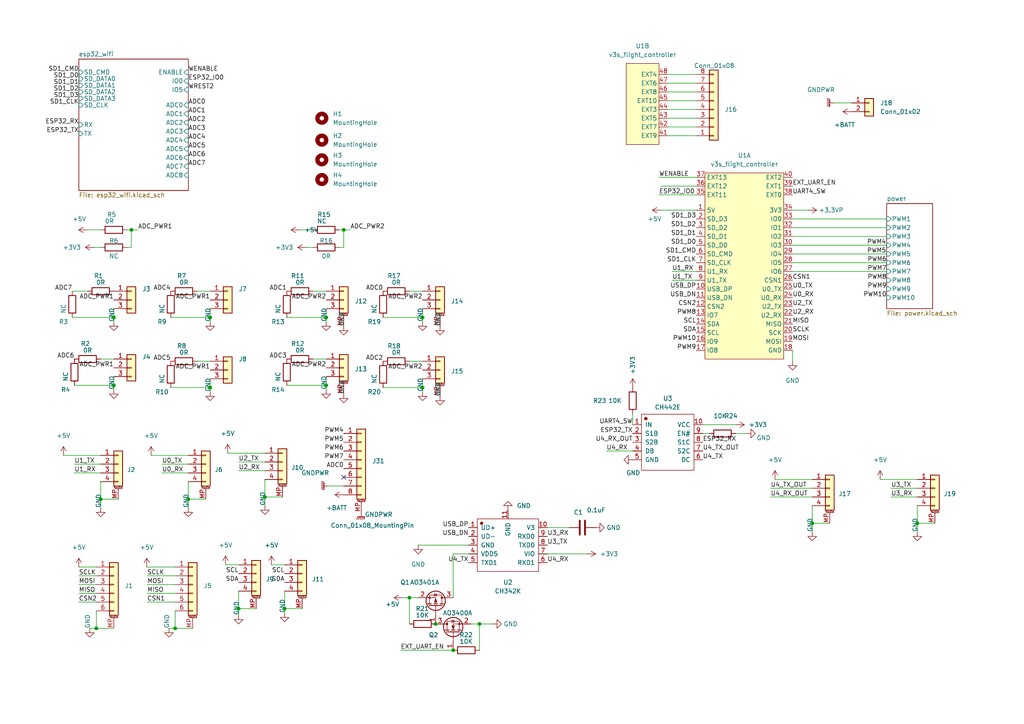
<source format=kicad_sch>
(kicad_sch (version 20211123) (generator eeschema)
  (paper "A4")
  (lib_symbols
    (symbol "Connector_Generic:Conn_01x02" (pin_names (offset 1.016) hide)
      (property "Reference" "J" (at 0 2.54 0))
      (property "Value" "Conn_01x02" (at 0 -5.08 0))
      (symbol "Conn_01x02_1_1"
        (pin passive line (at -5.08 0 0) (length 3.81) (name "Pin_1") (number "1"))
        (pin passive line (at -5.08 -2.54 0) (length 3.81) (name "Pin_2") (number "2"))
      )
    )
    (symbol "Connector_Generic:Conn_01x03" (pin_names (offset 1.016) hide)
      (property "Reference" "J" (at 0 5.08 0))
      (property "Value" "Conn_01x03" (at 0 -5.08 0))
      (symbol "Conn_01x03_1_1"
        (pin passive line (at -5.08 2.54 0) (length 3.81) (name "Pin_1") (number "1"))
        (pin passive line (at -5.08 0 0) (length 3.81) (name "Pin_2") (number "2"))
        (pin passive line (at -5.08 -2.54 0) (length 3.81) (name "Pin_3") (number "3"))
      )
    )
    (symbol "Connector_Generic:Conn_01x08" (pin_names (offset 1.016) hide)
      (property "Reference" "J" (at 0 10.16 0))
      (property "Value" "Conn_01x08" (at 0 -12.7 0))
      (symbol "Conn_01x08_1_1"
        (pin passive line (at -5.08 7.62 0) (length 3.81) (name "Pin_1") (number "1"))
        (pin passive line (at -5.08 5.08 0) (length 3.81) (name "Pin_2") (number "2"))
        (pin passive line (at -5.08 2.54 0) (length 3.81) (name "Pin_3") (number "3"))
        (pin passive line (at -5.08 0 0) (length 3.81) (name "Pin_4") (number "4"))
        (pin passive line (at -5.08 -2.54 0) (length 3.81) (name "Pin_5") (number "5"))
        (pin passive line (at -5.08 -5.08 0) (length 3.81) (name "Pin_6") (number "6"))
        (pin passive line (at -5.08 -7.62 0) (length 3.81) (name "Pin_7") (number "7"))
        (pin passive line (at -5.08 -10.16 0) (length 3.81) (name "Pin_8") (number "8"))
      )
    )
    (symbol "Connector_Generic_MountingPin:Conn_01x03_MountingPin" (pin_names (offset 1.016) hide)
      (property "Reference" "J" (at 0 5.08 0))
      (property "Value" "Conn_01x03_MountingPin" (at 1.27 -5.08 0))
      (symbol "Conn_01x03_MountingPin_1_1"
        (text "Mounting" (at 0 -4.191 0) (effects (font (size 0.381 0.381))))
        (pin passive line (at -5.08 2.54 0) (length 3.81) (name "Pin_1") (number "1"))
        (pin passive line (at -5.08 0 0) (length 3.81) (name "Pin_2") (number "2"))
        (pin passive line (at -5.08 -2.54 0) (length 3.81) (name "Pin_3") (number "3"))
        (pin passive line (at 0 -7.62 90) (length 3.048) (name "MountPin") (number "MP"))
      )
    )
    (symbol "Connector_Generic_MountingPin:Conn_01x04_MountingPin" (pin_names (offset 1.016) hide)
      (property "Reference" "J" (at 0 5.08 0))
      (property "Value" "Conn_01x04_MountingPin" (at 1.27 -7.62 0))
      (symbol "Conn_01x04_MountingPin_1_1"
        (text "Mounting" (at 0 -6.731 0) (effects (font (size 0.381 0.381))))
        (pin passive line (at -5.08 2.54 0) (length 3.81) (name "Pin_1") (number "1"))
        (pin passive line (at -5.08 0 0) (length 3.81) (name "Pin_2") (number "2"))
        (pin passive line (at -5.08 -2.54 0) (length 3.81) (name "Pin_3") (number "3"))
        (pin passive line (at -5.08 -5.08 0) (length 3.81) (name "Pin_4") (number "4"))
        (pin passive line (at 0 -10.16 90) (length 3.048) (name "MountPin") (number "MP"))
      )
    )
    (symbol "Connector_Generic_MountingPin:Conn_01x06_MountingPin" (pin_names (offset 1.016) hide)
      (property "Reference" "J" (at 0 7.62 0))
      (property "Value" "Conn_01x06_MountingPin" (at 1.27 -10.16 0))
      (symbol "Conn_01x06_MountingPin_1_1"
        (text "Mounting" (at 0 -9.271 0) (effects (font (size 0.381 0.381))))
        (pin passive line (at -5.08 5.08 0) (length 3.81) (name "Pin_1") (number "1"))
        (pin passive line (at -5.08 2.54 0) (length 3.81) (name "Pin_2") (number "2"))
        (pin passive line (at -5.08 0 0) (length 3.81) (name "Pin_3") (number "3"))
        (pin passive line (at -5.08 -2.54 0) (length 3.81) (name "Pin_4") (number "4"))
        (pin passive line (at -5.08 -5.08 0) (length 3.81) (name "Pin_5") (number "5"))
        (pin passive line (at -5.08 -7.62 0) (length 3.81) (name "Pin_6") (number "6"))
        (pin passive line (at 0 -12.7 90) (length 3.048) (name "MountPin") (number "MP"))
      )
    )
    (symbol "Connector_Generic_MountingPin:Conn_01x08_MountingPin" (pin_names (offset 1.016) hide)
      (property "Reference" "J" (at 0 10.16 0))
      (property "Value" "Conn_01x08_MountingPin" (at 1.27 -12.7 0))
      (symbol "Conn_01x08_MountingPin_1_1"
        (text "Mounting" (at 0 -11.811 0) (effects (font (size 0.381 0.381))))
        (pin passive line (at -5.08 7.62 0) (length 3.81) (name "Pin_1") (number "1"))
        (pin passive line (at -5.08 5.08 0) (length 3.81) (name "Pin_2") (number "2"))
        (pin passive line (at -5.08 2.54 0) (length 3.81) (name "Pin_3") (number "3"))
        (pin passive line (at -5.08 0 0) (length 3.81) (name "Pin_4") (number "4"))
        (pin passive line (at -5.08 -2.54 0) (length 3.81) (name "Pin_5") (number "5"))
        (pin passive line (at -5.08 -5.08 0) (length 3.81) (name "Pin_6") (number "6"))
        (pin passive line (at -5.08 -7.62 0) (length 3.81) (name "Pin_7") (number "7"))
        (pin passive line (at -5.08 -10.16 0) (length 3.81) (name "Pin_8") (number "8"))
        (pin passive line (at 0 -15.24 90) (length 3.048) (name "MountPin") (number "MP"))
      )
    )
    (symbol "Device:C" (pin_numbers hide) (pin_names (offset 0.254))
      (property "Reference" "C" (at 0.635 2.54 0))
      (property "Value" "C" (at 0.635 -2.54 0))
      (symbol "C_1_1"
        (pin passive line (at 0 3.81 270) (length 2.794) (name "~") (number "1"))
        (pin passive line (at 0 -3.81 90) (length 2.794) (name "~") (number "2"))
      )
    )
    (symbol "Device:R" (pin_numbers hide) (pin_names (offset 0))
      (property "Reference" "R" (at 2.032 0 90))
      (property "Value" "R" (at 0 0 90))
      (symbol "R_1_1"
        (pin passive line (at 0 3.81 270) (length 1.27) (name "~") (number "1"))
        (pin passive line (at 0 -3.81 90) (length 1.27) (name "~") (number "2"))
      )
    )
    (symbol "Mechanical:MountingHole" (pin_names (offset 1.016))
      (property "Reference" "H" (at 0 5.08 0))
      (property "Value" "MountingHole" (at 0 3.175 0))
    )
    (symbol "Transistor_FET:AO3400A" (pin_names hide)
      (property "Reference" "Q" (at 5.08 1.905 0))
      (property "Value" "AO3400A" (at 5.08 0 0))
      (symbol "AO3400A_1_1"
        (pin input line (at -5.08 0 0) (length 2.54) (name "G") (number "1"))
        (pin passive line (at 2.54 -5.08 90) (length 2.54) (name "S") (number "2"))
        (pin passive line (at 2.54 5.08 270) (length 2.54) (name "D") (number "3"))
      )
    )
    (symbol "Transistor_FET:AO3401A" (pin_names hide)
      (property "Reference" "Q" (at 5.08 1.905 0))
      (property "Value" "AO3401A" (at 5.08 0 0))
      (symbol "AO3401A_1_1"
        (pin input line (at -5.08 0 0) (length 2.54) (name "G") (number "1"))
        (pin passive line (at 2.54 -5.08 90) (length 2.54) (name "S") (number "2"))
        (pin passive line (at 2.54 5.08 270) (length 2.54) (name "D") (number "3"))
      )
    )
    (symbol "ic:CH342K" (pin_names (offset 1.016))
      (property "Reference" "U" (at -4.445 10.16 0))
      (property "Value" "CH342K" (at 5.715 9.525 0))
      (symbol "CH342K_1_1"
        (pin input line (at -11.43 5.08 0) (length 2.54) (name "UD+") (number "1"))
        (pin input line (at 11.43 5.08 180) (length 2.54) (name "V3") (number "10"))
        (pin input line (at 0 10.16 270) (length 2.54) (name "GND") (number "11"))
        (pin input line (at -11.43 2.54 0) (length 2.54) (name "UD-") (number "2"))
        (pin input line (at -11.43 0 0) (length 2.54) (name "GND") (number "3"))
        (pin input line (at -11.43 -2.54 0) (length 2.54) (name "VDD5") (number "4"))
        (pin input line (at -11.43 -5.08 0) (length 2.54) (name "TXD1") (number "5"))
        (pin input line (at 11.43 -5.08 180) (length 2.54) (name "RXD1") (number "6"))
        (pin input line (at 11.43 -2.54 180) (length 2.54) (name "VIO") (number "7"))
        (pin input line (at 11.43 0 180) (length 2.54) (name "TXD0") (number "8"))
        (pin input line (at 11.43 2.54 180) (length 2.54) (name "RXD0") (number "9"))
      )
    )
    (symbol "ic:CH442E" (pin_names (offset 1.016))
      (property "Reference" "U" (at 0 10.668 0))
      (property "Value" "CH442E" (at -6.35 10.795 0))
      (symbol "CH442E_1_1"
        (pin input line (at -10.16 5.08 0) (length 2.54) (name "IN") (number "1"))
        (pin input line (at 10.16 5.08 180) (length 2.54) (name "VCC") (number "10"))
        (pin input line (at -10.16 2.54 0) (length 2.54) (name "S1B") (number "2"))
        (pin input line (at -10.16 0 0) (length 2.54) (name "S2B") (number "3"))
        (pin input line (at -10.16 -2.54 0) (length 2.54) (name "DB") (number "4"))
        (pin input line (at -10.16 -5.08 0) (length 2.54) (name "GND") (number "5"))
        (pin input line (at 10.16 -5.08 180) (length 2.54) (name "DC") (number "6"))
        (pin input line (at 10.16 -2.54 180) (length 2.54) (name "S2C") (number "7"))
        (pin input line (at 10.16 0 180) (length 2.54) (name "S1C") (number "8"))
        (pin input line (at 10.16 2.54 180) (length 2.54) (name "EN#") (number "9"))
      )
    )
    (symbol "modules:v3s_flight_controller"
      (property "Reference" "U" (at -12.7 33.655 0))
      (property "Value" "v3s_flight_controller" (at -17.78 38.1 0))
      (symbol "v3s_flight_controller_1_0"
        (pin power_in line (at -10.16 15.24 0) (length 2.54) (name "5V") (number "1"))
        (pin output line (at -10.16 -7.62 0) (length 2.54) (name "USB_DP") (number "10"))
        (pin input line (at -10.16 -10.16 0) (length 2.54) (name "USB_DN") (number "11"))
        (pin input line (at -10.16 -12.7 0) (length 2.54) (name "CSN2") (number "12"))
        (pin input line (at -10.16 -15.24 0) (length 2.54) (name "IO7") (number "13"))
        (pin open_emitter line (at -10.16 -17.78 0) (length 2.54) (name "SDA") (number "14"))
        (pin open_emitter line (at -10.16 -20.32 0) (length 2.54) (name "SCL") (number "15"))
        (pin output line (at -10.16 -22.86 0) (length 2.54) (name "IO9") (number "16"))
        (pin output line (at -10.16 -25.4 0) (length 2.54) (name "IO8") (number "17"))
        (pin power_out line (at 17.78 -25.4 180) (length 2.54) (name "GND") (number "18"))
        (pin input line (at 17.78 -22.86 180) (length 2.54) (name "MOSI") (number "19"))
        (pin bidirectional line (at -10.16 12.7 0) (length 2.54) (name "SD_D3") (number "2"))
        (pin output line (at 17.78 -20.32 180) (length 2.54) (name "SCK") (number "20"))
        (pin output line (at 17.78 -17.78 180) (length 2.54) (name "MISO") (number "21"))
        (pin input line (at 17.78 -15.24 180) (length 2.54) (name "U2_RX") (number "22"))
        (pin output line (at 17.78 -12.7 180) (length 2.54) (name "U2_TX") (number "23"))
        (pin input line (at 17.78 -10.16 180) (length 2.54) (name "U0_RX") (number "24"))
        (pin output line (at 17.78 -7.62 180) (length 2.54) (name "U0_TX") (number "25"))
        (pin output line (at 17.78 -5.08 180) (length 2.54) (name "CSN1") (number "26"))
        (pin output line (at 17.78 -2.54 180) (length 2.54) (name "IO6") (number "27"))
        (pin output line (at 17.78 0 180) (length 2.54) (name "IO5") (number "28"))
        (pin output line (at 17.78 2.54 180) (length 2.54) (name "IO4") (number "29"))
        (pin bidirectional line (at -10.16 10.16 0) (length 2.54) (name "SD_D2") (number "3"))
        (pin output line (at 17.78 5.08 180) (length 2.54) (name "IO3") (number "30"))
        (pin output line (at 17.78 7.62 180) (length 2.54) (name "IO2") (number "31"))
        (pin output line (at 17.78 10.16 180) (length 2.54) (name "IO1") (number "32"))
        (pin output line (at 17.78 12.7 180) (length 2.54) (name "IO0") (number "33"))
        (pin power_out line (at 17.78 15.24 180) (length 2.54) (name "3V3") (number "34"))
        (pin bidirectional line (at -10.16 19.685 0) (length 2.54) (name "EXT11") (number "35"))
        (pin bidirectional line (at -10.16 22.225 0) (length 2.54) (name "EXT12") (number "36"))
        (pin bidirectional line (at -10.16 24.765 0) (length 2.54) (name "EXT13") (number "37"))
        (pin bidirectional line (at 17.78 19.685 180) (length 2.54) (name "EXT0") (number "38"))
        (pin bidirectional line (at 17.78 22.225 180) (length 2.54) (name "EXT1") (number "39"))
        (pin bidirectional line (at -10.16 7.62 0) (length 2.54) (name "SD_D1") (number "4"))
        (pin bidirectional line (at 17.78 24.765 180) (length 2.54) (name "EXT2") (number "40"))
        (pin bidirectional line (at -10.16 5.08 0) (length 2.54) (name "SD_D0") (number "5"))
        (pin output line (at -10.16 2.54 0) (length 2.54) (name "SD_CMD") (number "6"))
        (pin output line (at -10.16 0 0) (length 2.54) (name "SD_CLK") (number "7"))
        (pin input line (at -10.16 -2.54 0) (length 2.54) (name "U1_RX") (number "8"))
        (pin output line (at -10.16 -5.08 0) (length 2.54) (name "U1_TX") (number "9"))
      )
      (symbol "v3s_flight_controller_2_0"
        (pin output line (at 52.07 2.54 180) (length 2.54) (name "EXT9") (number "41"))
        (pin output line (at 52.07 5.08 180) (length 2.54) (name "EXT7") (number "42"))
        (pin output line (at 52.07 7.62 180) (length 2.54) (name "EXT5") (number "43"))
        (pin output line (at 52.07 10.16 180) (length 2.54) (name "EXT3") (number "44"))
        (pin output line (at 52.07 12.7 180) (length 2.54) (name "EXT10") (number "45"))
        (pin output line (at 52.07 15.24 180) (length 2.54) (name "EXT8") (number "46"))
        (pin output line (at 52.07 17.78 180) (length 2.54) (name "EXT6") (number "47"))
        (pin output line (at 52.07 20.32 180) (length 2.54) (name "EXT4") (number "48"))
      )
    )
    (symbol "power:+3.3VP" (power) (pin_names (offset 0))
      (property "Value" "+3.3VP" (at 0 2.54 0))
      (symbol "+3.3VP_0_0"
        (pin power_in line (at 0 0 90) (length 0) hide (name "+3.3VP") (number "1"))
      )
    )
    (symbol "power:+3V3" (power) (pin_names (offset 0))
      (property "Value" "+3V3" (at 0 3.556 0))
      (symbol "+3V3_1_1"
        (pin power_in line (at 0 0 90) (length 0) hide (name "+3V3") (number "1"))
      )
    )
    (symbol "power:+5V" (power) (pin_names (offset 0))
      (property "Value" "+5V" (at 0 3.556 0))
      (symbol "+5V_1_1"
        (pin power_in line (at 0 0 90) (length 0) hide (name "+5V") (number "1"))
      )
    )
    (symbol "power:+BATT" (power) (pin_names (offset 0))
      (property "Value" "+BATT" (at 0 3.556 0))
      (symbol "+BATT_1_1"
        (pin power_in line (at 0 0 90) (length 0) hide (name "+BATT") (number "1"))
      )
    )
    (symbol "power:GND" (power) (pin_names (offset 0))
      (property "Value" "GND" (at 0 -3.81 0))
      (symbol "GND_1_1"
        (pin power_in line (at 0 0 270) (length 0) hide (name "GND") (number "1"))
      )
    )
    (symbol "power:GNDPWR" (power) (pin_names (offset 0))
      (property "Value" "GNDPWR" (at 0 -3.302 0))
      (symbol "GNDPWR_1_1"
        (pin power_in line (at 0 0 270) (length 0) hide (name "GNDPWR") (number "1"))
      )
    )
  )
  (junction (at 76.835 144.145))
  (junction (at 50.8 182.245))
  (junction (at 139.065 180.975))
  (junction (at 266.065 151.765))
  (junction (at 126.365 180.975))
  (junction (at 235.585 151.765))
  (junction (at 54.61 144.78))
  (junction (at 27.94 182.245))
  (junction (at 94.615 111.76))
  (junction (at 99.695 66.675))
  (junction (at 33.02 111.76))
  (junction (at 60.96 112.395))
  (junction (at 38.1 66.675))
  (junction (at 122.555 112.395))
  (junction (at 29.21 144.78))
  (junction (at 33.02 92.075))
  (junction (at 69.215 176.53))
  (junction (at 60.96 92.075))
  (junction (at 131.445 188.595))
  (junction (at 82.55 176.53))
  (junction (at 122.555 92.075))
  (junction (at 118.745 173.355))
  (junction (at 94.615 92.075))
  (no_connect (at 99.695 138.43))
  (wire (pts (xy 229.87 63.5) (xy 257.175 63.5)))
  (wire (pts (xy 116.205 188.595) (xy 131.445 188.595)))
  (wire (pts (xy 131.445 173.355) (xy 131.445 160.655)))
  (wire (pts (xy 191.77 53.975) (xy 201.93 53.975)))
  (wire (pts (xy 122.555 93.345) (xy 122.555 92.075)))
  (wire (pts (xy 42.672 174.625) (xy 50.8 174.625)))
  (wire (pts (xy 118.745 173.355) (xy 121.285 173.355)))
  (wire (pts (xy 50.8 182.245) (xy 55.88 182.245)))
  (wire (pts (xy 90.805 104.14) (xy 94.615 104.14)))
  (wire (pts (xy 60.96 92.075) (xy 60.96 89.535)))
  (wire (pts (xy 235.585 151.765) (xy 235.585 146.685)))
  (wire (pts (xy 223.52 141.605) (xy 235.585 141.605)))
  (wire (pts (xy 22.86 174.625) (xy 27.94 174.625)))
  (wire (pts (xy 57.15 84.455) (xy 60.96 84.455)))
  (wire (pts (xy 49.022 182.245) (xy 50.8 182.245)))
  (wire (pts (xy 21.59 111.76) (xy 33.02 111.76)))
  (wire (pts (xy 191.135 51.435) (xy 201.93 51.435)))
  (wire (pts (xy 116.84 173.355) (xy 118.745 173.355)))
  (wire (pts (xy 94.615 111.76) (xy 94.615 109.22)))
  (wire (pts (xy 22.86 167.005) (xy 27.94 167.005)))
  (wire (pts (xy 94.615 113.03) (xy 94.615 111.76)))
  (wire (pts (xy 27.94 182.245) (xy 33.02 182.245)))
  (wire (pts (xy 201.93 26.67) (xy 193.675 26.67)))
  (wire (pts (xy 205.74 125.73) (xy 203.835 125.73)))
  (wire (pts (xy 69.215 176.53) (xy 74.295 176.53)))
  (wire (pts (xy 235.585 151.765) (xy 240.665 151.765)))
  (wire (pts (xy 101.6 66.675) (xy 99.695 66.675)))
  (wire (pts (xy 33.02 92.075) (xy 33.02 89.535)))
  (wire (pts (xy 95.25 140.97) (xy 99.695 140.97)))
  (wire (pts (xy 82.55 176.53) (xy 82.55 177.8)))
  (wire (pts (xy 83.185 92.075) (xy 94.615 92.075)))
  (wire (pts (xy 29.21 147.32) (xy 29.21 144.78)))
  (wire (pts (xy 29.21 144.78) (xy 34.29 144.78)))
  (wire (pts (xy 69.215 176.53) (xy 69.215 178.435)))
  (wire (pts (xy 216.535 125.73) (xy 213.36 125.73)))
  (wire (pts (xy 33.02 113.03) (xy 33.02 111.76)))
  (wire (pts (xy 40.005 66.675) (xy 38.1 66.675)))
  (wire (pts (xy 191.77 60.96) (xy 201.93 60.96)))
  (wire (pts (xy 20.955 92.075) (xy 33.02 92.075)))
  (wire (pts (xy 194.945 81.28) (xy 201.93 81.28)))
  (wire (pts (xy 99.695 66.675) (xy 98.425 66.675)))
  (wire (pts (xy 29.21 66.675) (xy 25.4 66.675)))
  (wire (pts (xy 42.672 169.545) (xy 50.8 169.545)))
  (wire (pts (xy 60.96 93.345) (xy 60.96 92.075)))
  (wire (pts (xy 22.86 164.465) (xy 27.94 164.465)))
  (wire (pts (xy 266.065 151.765) (xy 266.065 146.685)))
  (wire (pts (xy 122.555 112.395) (xy 122.555 109.855)))
  (wire (pts (xy 229.87 104.775) (xy 229.87 101.6)))
  (wire (pts (xy 69.215 133.985) (xy 76.835 133.985)))
  (wire (pts (xy 266.065 151.765) (xy 271.145 151.765)))
  (wire (pts (xy 60.96 112.395) (xy 60.96 109.855)))
  (wire (pts (xy 29.21 104.14) (xy 33.02 104.14)))
  (wire (pts (xy 201.93 21.59) (xy 193.675 21.59)))
  (wire (pts (xy 118.745 84.455) (xy 122.555 84.455)))
  (wire (pts (xy 20.955 84.455) (xy 25.4 84.455)))
  (wire (pts (xy 111.125 112.395) (xy 122.555 112.395)))
  (wire (pts (xy 33.02 111.76) (xy 33.02 109.22)))
  (wire (pts (xy 213.36 123.19) (xy 203.835 123.19)))
  (wire (pts (xy 22.86 169.545) (xy 27.94 169.545)))
  (wire (pts (xy 201.93 24.13) (xy 193.675 24.13)))
  (wire (pts (xy 38.1 71.755) (xy 38.1 66.675)))
  (wire (pts (xy 234.315 60.96) (xy 229.87 60.96)))
  (wire (pts (xy 94.615 93.345) (xy 94.615 92.075)))
  (wire (pts (xy 111.125 92.075) (xy 122.555 92.075)))
  (wire (pts (xy 42.545 164.465) (xy 50.8 164.465)))
  (wire (pts (xy 122.555 92.075) (xy 122.555 89.535)))
  (wire (pts (xy 54.61 144.78) (xy 54.61 139.7)))
  (wire (pts (xy 258.445 141.605) (xy 266.065 141.605)))
  (wire (pts (xy 21.59 137.16) (xy 29.21 137.16)))
  (wire (pts (xy 266.065 154.305) (xy 266.065 151.765)))
  (wire (pts (xy 258.445 144.145) (xy 266.065 144.145)))
  (wire (pts (xy 98.425 71.755) (xy 99.695 71.755)))
  (wire (pts (xy 33.02 93.345) (xy 33.02 92.075)))
  (wire (pts (xy 18.415 132.08) (xy 29.21 132.08)))
  (wire (pts (xy 139.065 180.975) (xy 136.525 180.975)))
  (wire (pts (xy 229.87 68.58) (xy 257.175 68.58)))
  (wire (pts (xy 82.55 171.45) (xy 82.55 176.53)))
  (wire (pts (xy 235.585 154.305) (xy 235.585 151.765)))
  (wire (pts (xy 69.215 136.525) (xy 76.835 136.525)))
  (wire (pts (xy 49.53 92.075) (xy 60.96 92.075)))
  (wire (pts (xy 27.94 177.165) (xy 27.94 182.245)))
  (wire (pts (xy 21.59 134.62) (xy 29.21 134.62)))
  (wire (pts (xy 27.305 71.755) (xy 29.21 71.755)))
  (wire (pts (xy 201.93 39.37) (xy 193.675 39.37)))
  (wire (pts (xy 165.1 153.035) (xy 158.75 153.035)))
  (wire (pts (xy 170.18 160.655) (xy 158.75 160.655)))
  (wire (pts (xy 229.87 76.2) (xy 257.175 76.2)))
  (wire (pts (xy 76.835 144.145) (xy 81.915 144.145)))
  (wire (pts (xy 229.87 78.74) (xy 257.175 78.74)))
  (wire (pts (xy 22.86 172.085) (xy 27.94 172.085)))
  (wire (pts (xy 90.805 66.675) (xy 86.995 66.675)))
  (wire (pts (xy 183.515 120.015) (xy 183.515 123.19)))
  (wire (pts (xy 201.93 29.21) (xy 193.675 29.21)))
  (wire (pts (xy 241.935 29.845) (xy 247.015 29.845)))
  (wire (pts (xy 90.805 84.455) (xy 94.615 84.455)))
  (wire (pts (xy 131.445 160.655) (xy 135.89 160.655)))
  (wire (pts (xy 121.285 158.115) (xy 135.89 158.115)))
  (wire (pts (xy 99.695 71.755) (xy 99.695 66.675)))
  (wire (pts (xy 76.835 144.145) (xy 76.835 139.065)))
  (wire (pts (xy 88.9 71.755) (xy 90.805 71.755)))
  (wire (pts (xy 46.99 137.16) (xy 54.61 137.16)))
  (wire (pts (xy 54.61 147.32) (xy 54.61 144.78)))
  (wire (pts (xy 78.74 163.83) (xy 82.55 163.83)))
  (wire (pts (xy 46.99 134.62) (xy 54.61 134.62)))
  (wire (pts (xy 201.93 34.29) (xy 193.675 34.29)))
  (wire (pts (xy 118.745 104.775) (xy 122.555 104.775)))
  (wire (pts (xy 65.405 163.83) (xy 69.215 163.83)))
  (wire (pts (xy 122.555 113.665) (xy 122.555 112.395)))
  (wire (pts (xy 229.87 71.12) (xy 257.175 71.12)))
  (wire (pts (xy 142.875 180.975) (xy 139.065 180.975)))
  (wire (pts (xy 83.185 111.76) (xy 94.615 111.76)))
  (wire (pts (xy 38.1 66.675) (xy 36.83 66.675)))
  (wire (pts (xy 43.815 132.08) (xy 54.61 132.08)))
  (wire (pts (xy 94.615 92.075) (xy 94.615 89.535)))
  (wire (pts (xy 191.135 56.515) (xy 201.93 56.515)))
  (wire (pts (xy 76.835 146.685) (xy 76.835 144.145)))
  (wire (pts (xy 223.52 144.145) (xy 235.585 144.145)))
  (wire (pts (xy 82.55 176.53) (xy 87.63 176.53)))
  (wire (pts (xy 26.035 182.245) (xy 27.94 182.245)))
  (wire (pts (xy 54.61 144.78) (xy 59.69 144.78)))
  (wire (pts (xy 57.15 104.775) (xy 60.96 104.775)))
  (wire (pts (xy 255.27 139.065) (xy 266.065 139.065)))
  (wire (pts (xy 118.745 173.355) (xy 118.745 180.975)))
  (wire (pts (xy 42.672 167.005) (xy 50.8 167.005)))
  (wire (pts (xy 175.895 130.81) (xy 183.515 130.81)))
  (wire (pts (xy 229.87 73.66) (xy 257.175 73.66)))
  (wire (pts (xy 50.8 177.165) (xy 50.8 182.245)))
  (wire (pts (xy 42.672 172.085) (xy 50.8 172.085)))
  (wire (pts (xy 60.96 113.665) (xy 60.96 112.395)))
  (wire (pts (xy 36.83 71.755) (xy 38.1 71.755)))
  (wire (pts (xy 201.93 31.75) (xy 193.675 31.75)))
  (wire (pts (xy 229.87 66.04) (xy 257.175 66.04)))
  (wire (pts (xy 201.93 36.83) (xy 193.675 36.83)))
  (wire (pts (xy 224.79 139.065) (xy 235.585 139.065)))
  (wire (pts (xy 66.04 131.445) (xy 76.835 131.445)))
  (wire (pts (xy 69.215 171.45) (xy 69.215 176.53)))
  (wire (pts (xy 49.53 112.395) (xy 60.96 112.395)))
  (wire (pts (xy 29.21 144.78) (xy 29.21 139.7)))
  (wire (pts (xy 194.945 78.74) (xy 201.93 78.74)))
  (wire (pts (xy 139.065 180.975) (xy 139.065 188.595)))
  (label "CSN1" (at 42.672 174.625 0))
  (label "ADC3" (at 54.61 38.1 0))
  (label "U1_RX" (at 194.945 78.74 0))
  (label "MOSI" (at 22.86 169.545 0))
  (label "U0_TX" (at 229.87 83.82 0))
  (label "ADC5" (at 49.53 104.775 180))
  (label "U0_RX" (at 46.99 137.16 0))
  (label "MISO" (at 22.86 172.085 0))
  (label "PWM9" (at 201.93 101.6 180))
  (label "SDA" (at 82.55 168.91 180))
  (label "SD1_CMD" (at 201.93 73.66 180))
  (label "ADC7" (at 54.61 48.26 0))
  (label "U3_RX" (at 258.445 144.145 0))
  (label "ADC3" (at 83.185 104.14 180))
  (label "ADC1" (at 54.61 33.02 0))
  (label "ADC_PWR1" (at 40.005 66.675 0))
  (label "SD1_D3" (at 201.93 63.5 180))
  (label "ESP32_IO0" (at 54.61 23.495 0))
  (label "ESP32_TX" (at 22.86 38.735 180))
  (label "SCLK" (at 229.87 96.52 0))
  (label "PWM9" (at 257.175 83.82 180))
  (label "CSN1" (at 229.87 81.28 0))
  (label "PWM7" (at 257.175 78.74 180))
  (label "ADC0" (at 54.61 30.48 0))
  (label "ESP32_IO0" (at 191.135 56.515 0))
  (label "U4_TX_OUT" (at 203.835 130.81 0))
  (label "U1_TX" (at 194.945 81.28 0))
  (label "U2_RX" (at 69.215 136.525 0))
  (label "WREST2" (at 54.61 26.035 0))
  (label "ESP32_TX" (at 183.515 125.73 180))
  (label "WENABLE" (at 191.135 51.435 0))
  (label "PWM4" (at 99.695 125.73 180))
  (label "U2_TX" (at 229.87 88.9 0))
  (label "U3_TX" (at 258.445 141.605 0))
  (label "ADC5" (at 54.61 43.18 0))
  (label "PWM4" (at 251.46 71.12 0))
  (label "USB_DP" (at 135.89 153.035 180))
  (label "ADC4" (at 49.53 84.455 180))
  (label "MOSI" (at 229.87 99.06 0))
  (label "ADC_PWR2" (at 94.615 86.995 180))
  (label "ADC_PWR2" (at 101.6 66.675 0))
  (label "U0_TX" (at 46.99 134.62 0))
  (label "SDA" (at 201.93 96.52 180))
  (label "ADC_PWR1" (at 33.02 106.68 180))
  (label "SDA" (at 69.215 168.91 180))
  (label "PWM5" (at 99.695 128.27 180))
  (label "EXT_UART_EN" (at 229.87 53.975 0))
  (label "EXT_UART_EN" (at 116.205 188.595 0))
  (label "U4_TX" (at 135.89 163.195 180))
  (label "ESP32_RX" (at 203.835 128.27 0))
  (label "U3_TX" (at 158.75 158.115 0))
  (label "U2_TX" (at 69.215 133.985 0))
  (label "ADC0" (at 99.695 135.89 180))
  (label "U3_RX" (at 158.75 155.575 0))
  (label "ADC2" (at 54.61 35.56 0))
  (label "SCL" (at 201.93 93.98 180))
  (label "CSN2" (at 22.86 174.625 0))
  (label "SCL" (at 69.215 166.37 180))
  (label "U4_TX_OUT" (at 223.52 141.605 0))
  (label "SD1_D1" (at 22.86 24.765 180))
  (label "MOSI" (at 42.672 169.545 0))
  (label "SD1_CLK" (at 201.93 76.2 180))
  (label "USB_DN" (at 135.89 155.575 180))
  (label "SCLK" (at 22.86 167.005 0))
  (label "PWM6" (at 99.695 130.81 180))
  (label "SD1_D3" (at 22.86 28.575 180))
  (label "U2_RX" (at 229.87 91.44 0))
  (label "ADC_PWR1" (at 60.96 107.315 180))
  (label "UART4_SW" (at 183.515 123.19 180))
  (label "U4_RX" (at 175.895 130.81 0))
  (label "PWM10" (at 257.175 86.36 180))
  (label "ADC0" (at 111.125 84.455 180))
  (label "PWM5" (at 251.46 73.66 0))
  (label "SCLK" (at 42.672 167.005 0))
  (label "SD1_CMD" (at 22.86 20.955 180))
  (label "UART4_SW" (at 229.87 56.515 0))
  (label "MISO" (at 229.87 93.98 0))
  (label "U4_RX_OUT" (at 223.52 144.145 0))
  (label "U4_RX" (at 158.75 163.195 0))
  (label "U4_TX" (at 203.835 133.35 0))
  (label "U4_RX_OUT" (at 183.515 128.27 180))
  (label "ADC1" (at 83.185 84.455 180))
  (label "SD1_CLK" (at 22.86 30.48 180))
  (label "U0_RX" (at 229.87 86.36 0))
  (label "ADC4" (at 54.61 40.64 0))
  (label "ADC6" (at 54.61 45.72 0))
  (label "ADC2" (at 111.125 104.775 180))
  (label "ADC_PWR1" (at 60.96 86.995 180))
  (label "SD1_D1" (at 201.93 68.58 180))
  (label "MISO" (at 42.672 172.085 0))
  (label "SD1_D2" (at 201.93 66.04 180))
  (label "ADC6" (at 21.59 104.14 180))
  (label "PWM10" (at 201.93 99.06 180))
  (label "PWM8" (at 257.175 81.28 180))
  (label "WENABLE" (at 54.61 20.955 0))
  (label "PWM8" (at 201.93 91.44 180))
  (label "ADC_PWR2" (at 122.555 86.995 180))
  (label "USB_DN" (at 201.93 86.36 180))
  (label "CSN2" (at 201.93 88.9 180))
  (label "ADC7" (at 20.955 84.455 180))
  (label "U1_RX" (at 21.59 137.16 0))
  (label "ESP32_RX" (at 22.86 36.195 180))
  (label "SD1_D0" (at 201.93 71.12 180))
  (label "U1_TX" (at 21.59 134.62 0))
  (label "SD1_D2" (at 22.86 26.67 180))
  (label "PWM6" (at 257.175 76.2 180))
  (label "PWM7" (at 99.695 133.35 180))
  (label "ADC_PWR1" (at 33.02 86.995 180))
  (label "ADC_PWR2" (at 94.615 106.68 180))
  (label "SCL" (at 82.55 166.37 180))
  (label "USB_DP" (at 201.93 83.82 180))
  (label "SD1_D0" (at 22.86 22.86 180))
  (label "ADC_PWR2" (at 122.555 107.315 180))
  (symbol (lib_id "Connector_Generic:Conn_01x03") (at 38.1 106.68 0) (unit 1)
    (property "Reference" "J4" (at 41.275 103.505 0) (effects (justify left)))
    (property "Value" "Conn_01x03" (effects hide))
    (property "Footprint" "Connector_PinHeader_2.54mm:PinHeader_1x03_P2.54mm_Vertical" (effects hide))
  )
  (symbol (lib_id "power:GND") (at 82.55 177.8 0) (unit 1)
    (property "Reference" "#PWR0105" (effects hide))
    (property "Value" "GND" (at 81.915 177.8 90) (effects (justify left)))
  )
  (symbol (lib_id "power:GND") (at 33.02 113.03 0) (unit 1)
    (property "Reference" "#PWR0109" (effects hide))
    (property "Value" "GND" (at 32.385 113.03 90) (effects (justify left)))
  )
  (symbol (lib_id "power:GND") (at 147.32 147.955 180) (unit 1)
    (property "Reference" "#PWR030" (effects hide))
    (property "Value" "GND" (at 149.86 146.6849 0) (effects (justify right)))
  )
  (symbol (lib_id "power:GND") (at 26.035 182.245 0) (unit 1)
    (property "Reference" "#PWR0106" (effects hide))
    (property "Value" "GND" (at 25.4 182.245 90) (effects (justify left)))
  )
  (symbol (lib_id "Device:R") (at 111.125 108.585 180) (unit 1)
    (property "Reference" "R20" (at 108.585 113.665 0))
    (property "Value" "NC" (at 108.585 109.855 90))
    (property "Footprint" "Resistor_SMD:R_0603_1608Metric" (effects hide))
  )
  (symbol (lib_id "power:GND") (at 183.515 133.35 270) (unit 1)
    (property "Reference" "#PWR034" (effects hide))
    (property "Value" "GND" (at 181.61 137.16 90) (effects (justify left)))
  )
  (symbol (lib_id "power:+3V3") (at 170.18 160.655 270) (unit 1)
    (property "Reference" "#PWR0119" (effects hide))
    (property "Value" "+3V3" (at 173.99 160.655 90) (effects (justify left)))
  )
  (symbol (lib_id "power:GND") (at 60.96 113.665 0) (unit 1)
    (property "Reference" "#PWR0108" (effects hide))
    (property "Value" "GND" (at 60.325 113.665 90) (effects (justify left)))
  )
  (symbol (lib_id "Mechanical:MountingHole") (at 93.345 34.29 0) (unit 1)
    (property "Reference" "H1" (at 96.52 33.0199 0) (effects (justify left)))
    (property "Value" "MountingHole" (at 96.52 35.5599 0) (effects (justify left)))
    (property "Footprint" "MountingHole:MountingHole_3.2mm_M3" (effects hide))
  )
  (symbol (lib_id "Mechanical:MountingHole") (at 93.345 52.07 0) (unit 1)
    (property "Reference" "H4" (at 96.52 50.7999 0) (effects (justify left)))
    (property "Value" "MountingHole" (at 96.52 53.3399 0) (effects (justify left)))
    (property "Footprint" "MountingHole:MountingHole_3.2mm_M3" (effects hide))
  )
  (symbol (lib_id "Device:R") (at 114.935 84.455 90) (unit 1)
    (property "Reference" "R17" (at 114.3 80.01 90))
    (property "Value" "0R" (at 114.935 81.915 90))
    (property "Footprint" "Resistor_SMD:R_0603_1608Metric" (effects hide))
  )
  (symbol (lib_id "Connector_Generic_MountingPin:Conn_01x06_MountingPin") (at 33.02 169.545 0) (unit 1)
    (property "Reference" "J1" (at 36.195 169.9005 0) (effects (justify left)))
    (property "Value" "Conn_01x06_MountingPin" (effects hide))
    (property "Footprint" "Connector_Molex:Molex_CLIK-Mate_502386-0670_1x06-1MP_P1.25mm_Horizontal" (effects hide))
  )
  (symbol (lib_id "Connector_Generic_MountingPin:Conn_01x03_MountingPin") (at 127.635 107.315 0) (unit 1)
    (property "Reference" "J15" (at 130.81 107.6705 0) (effects (justify left)))
    (property "Value" "Conn_01x03_MountingPin" (effects hide))
    (property "Footprint" "Connector_Molex:Molex_CLIK-Mate_502382-0370_1x03-1MP_P1.25mm_Vertical" (effects hide))
  )
  (symbol (lib_id "Device:R") (at 53.34 104.775 90) (unit 1)
    (property "Reference" "R8" (at 52.705 100.33 90))
    (property "Value" "0R" (at 53.34 102.235 90))
    (property "Footprint" "Resistor_SMD:R_0603_1608Metric" (effects hide))
  )
  (symbol (lib_id "power:+5V") (at 43.815 132.08 0) (unit 1)
    (property "Reference" "#PWR010" (effects hide))
    (property "Value" "+5V" (at 43.815 126.365 0))
  )
  (symbol (lib_id "power:+3V3") (at 213.36 123.19 270) (unit 1)
    (property "Reference" "#PWR0118" (effects hide))
    (property "Value" "+3V3" (at 217.17 123.19 90) (effects (justify left)))
  )
  (symbol (lib_id "Connector_Generic:Conn_01x03") (at 66.04 107.315 0) (unit 1)
    (property "Reference" "J8" (at 69.215 104.14 0) (effects (justify left)))
    (property "Value" "Conn_01x03" (effects hide))
    (property "Footprint" "Connector_PinHeader_2.54mm:PinHeader_1x03_P2.54mm_Vertical" (effects hide))
  )
  (symbol (lib_id "Connector_Generic_MountingPin:Conn_01x03_MountingPin") (at 127.635 86.995 0) (unit 1)
    (property "Reference" "J14" (at 130.81 87.3505 0) (effects (justify left)))
    (property "Value" "Conn_01x03_MountingPin" (effects hide))
    (property "Footprint" "Connector_Molex:Molex_CLIK-Mate_502382-0370_1x03-1MP_P1.25mm_Vertical" (effects hide))
  )
  (symbol (lib_id "Connector_Generic:Conn_01x03") (at 66.04 86.995 0) (unit 1)
    (property "Reference" "J7" (at 69.215 83.82 0) (effects (justify left)))
    (property "Value" "Conn_01x03" (effects hide))
    (property "Footprint" "Connector_PinHeader_2.54mm:PinHeader_1x03_P2.54mm_Vertical" (effects hide))
  )
  (symbol (lib_id "power:GND") (at 69.215 178.435 0) (unit 1)
    (property "Reference" "#PWR0104" (effects hide))
    (property "Value" "GND" (at 68.58 178.435 90) (effects (justify left)))
  )
  (symbol (lib_id "power:+3V3") (at 88.9 71.755 90) (unit 1)
    (property "Reference" "#PWR022" (effects hide))
    (property "Value" "+3V3" (at 85.09 71.755 90) (effects (justify left)))
  )
  (symbol (lib_id "Mechanical:MountingHole") (at 93.345 46.355 0) (unit 1)
    (property "Reference" "H3" (at 96.52 45.0849 0) (effects (justify left)))
    (property "Value" "MountingHole" (at 96.52 47.6249 0) (effects (justify left)))
    (property "Footprint" "MountingHole:MountingHole_3.2mm_M3" (effects hide))
  )
  (symbol (lib_id "Device:R") (at 29.21 84.455 90) (unit 1)
    (property "Reference" "R1" (at 28.575 80.01 90))
    (property "Value" "0R" (at 29.21 81.915 90))
    (property "Footprint" "Resistor_SMD:R_0603_1608Metric" (effects hide))
  )
  (symbol (lib_id "power:GND") (at 49.022 182.245 0) (unit 1)
    (property "Reference" "#PWR0107" (effects hide))
    (property "Value" "GND" (at 48.387 182.245 90) (effects (justify left)))
  )
  (symbol (lib_id "Device:R") (at 33.02 71.755 90) (unit 1)
    (property "Reference" "R6" (at 33.02 69.85 90))
    (property "Value" "NC" (at 33.02 74.295 90))
    (property "Footprint" "Resistor_SMD:R_0603_1608Metric" (effects hide))
  )
  (symbol (lib_id "Connector_Generic_MountingPin:Conn_01x03_MountingPin") (at 99.695 106.68 0) (unit 1)
    (property "Reference" "J13" (at 102.87 107.0355 0) (effects (justify left)))
    (property "Value" "Conn_01x03_MountingPin" (effects hide))
    (property "Footprint" "Connector_Molex:Molex_CLIK-Mate_502382-0370_1x03-1MP_P1.25mm_Vertical" (effects hide))
  )
  (symbol (lib_id "Device:R") (at 83.185 88.265 180) (unit 1)
    (property "Reference" "R13" (at 80.645 93.345 0))
    (property "Value" "NC" (at 80.645 89.535 90))
    (property "Footprint" "Resistor_SMD:R_0603_1608Metric" (effects hide))
  )
  (symbol (lib_id "Device:R") (at 49.53 108.585 180) (unit 1)
    (property "Reference" "R10" (at 46.99 113.665 0))
    (property "Value" "NC" (at 46.99 109.855 90))
    (property "Footprint" "Resistor_SMD:R_0603_1608Metric" (effects hide))
  )
  (symbol (lib_id "power:GND") (at 99.695 94.615 0) (unit 1)
    (property "Reference" "#PWR0113" (effects hide))
    (property "Value" "GND" (at 99.06 94.615 90) (effects (justify left)))
  )
  (symbol (lib_id "power:+5V") (at 66.04 131.445 0) (unit 1)
    (property "Reference" "#PWR016" (effects hide))
    (property "Value" "+5V" (at 66.04 125.73 0))
  )
  (symbol (lib_id "Device:R") (at 122.555 180.975 90) (unit 1)
    (property "Reference" "R21" (at 124.46 176.53 90) (effects (justify left)))
    (property "Value" "10K" (at 124.46 178.435 90) (effects (justify left)))
    (property "Footprint" "Resistor_SMD:R_0402_1005Metric" (effects hide))
  )
  (symbol (lib_id "modules:v3s_flight_controller") (at 212.09 76.2 0) (unit 1)
    (property "Reference" "U1" (at 215.9 45.085 0))
    (property "Value" "v3s_flight_controller" (at 215.9 47.625 0))
    (property "Footprint" "ic_footprint:Flight_Core" (effects hide))
  )
  (symbol (lib_id "Device:R") (at 25.4 104.14 90) (unit 1)
    (property "Reference" "R2" (at 24.765 99.695 90))
    (property "Value" "0R" (at 25.4 101.6 90))
    (property "Footprint" "Resistor_SMD:R_0603_1608Metric" (effects hide))
  )
  (symbol (lib_id "power:+5V") (at 116.84 173.355 90) (unit 1)
    (property "Reference" "#PWR025" (effects hide))
    (property "Value" "+5V" (at 111.76 175.26 90) (effects (justify right)))
  )
  (symbol (lib_id "power:GND") (at 54.61 147.32 0) (unit 1)
    (property "Reference" "#PWR012" (effects hide))
    (property "Value" "GND" (at 53.975 147.32 90) (effects (justify left)))
  )
  (symbol (lib_id "Connector_Generic_MountingPin:Conn_01x04_MountingPin") (at 81.915 133.985 0) (unit 1)
    (property "Reference" "J10" (at 84.455 135.6105 0) (effects (justify left)))
    (property "Value" "Conn_01x04_MountingPin" (effects hide))
    (property "Footprint" "Connector_Molex:Molex_CLIK-Mate_502382-0470_1x04-1MP_P1.25mm_Vertical" (effects hide))
  )
  (symbol (lib_id "Device:R") (at 21.59 107.95 180) (unit 1)
    (property "Reference" "R4" (at 19.05 113.03 0))
    (property "Value" "NC" (at 19.05 109.22 90))
    (property "Footprint" "Resistor_SMD:R_0603_1608Metric" (effects hide))
  )
  (symbol (lib_id "Connector_Generic_MountingPin:Conn_01x03_MountingPin") (at 99.695 86.995 0) (unit 1)
    (property "Reference" "J12" (at 102.87 87.3505 0) (effects (justify left)))
    (property "Value" "Conn_01x03_MountingPin" (effects hide))
    (property "Footprint" "Connector_Molex:Molex_CLIK-Mate_502382-0370_1x03-1MP_P1.25mm_Vertical" (effects hide))
  )
  (symbol (lib_id "Device:R") (at 94.615 66.675 90) (unit 1)
    (property "Reference" "R15" (at 93.98 62.23 90))
    (property "Value" "NC" (at 93.345 64.135 90))
    (property "Footprint" "Resistor_SMD:R_0603_1608Metric" (effects hide))
  )
  (symbol (lib_id "power:GND") (at 122.555 113.665 0) (unit 1)
    (property "Reference" "#PWR0111" (effects hide))
    (property "Value" "GND" (at 121.92 113.665 90) (effects (justify left)))
  )
  (symbol (lib_id "power:+5V") (at 255.27 139.065 0) (unit 1)
    (property "Reference" "#PWR044" (effects hide))
    (property "Value" "+5V" (at 255.27 133.35 0))
  )
  (symbol (lib_id "ic:CH342K") (at 147.32 158.115 0) (unit 1)
    (property "Reference" "U2" (at 147.32 168.91 0))
    (property "Value" "CH342K" (at 147.32 171.45 0))
    (property "Footprint" "ic_footprint:SSOP-10_L5.0-W3.9-P1.00-LS6.0-BL-EP" (effects hide))
  )
  (symbol (lib_id "modules:v3s_flight_controller") (at 141.605 41.91 0) (unit 2)
    (property "Reference" "U1" (at 186.3725 13.335 0))
    (property "Value" "v3s_flight_controller" (at 186.3725 15.875 0))
    (property "Footprint" "ic_footprint:Flight_Core" (effects hide))
  )
  (symbol (lib_id "ic:CH442E") (at 193.675 128.27 0) (unit 1)
    (property "Reference" "U3" (at 193.675 115.57 0))
    (property "Value" "CH442E" (at 193.675 118.11 0))
    (property "Footprint" "Package_SO:MSOP-10_3x3mm_P0.5mm" (effects hide))
    (property "Datasheet" "http://www.szlcsc.com/product/details_161431.html" (effects hide))
  )
  (symbol (lib_id "Device:R") (at 135.255 188.595 90) (unit 1)
    (property "Reference" "R22" (at 137.16 184.15 90) (effects (justify left)))
    (property "Value" "10K" (at 137.16 186.055 90) (effects (justify left)))
    (property "Footprint" "Resistor_SMD:R_0402_1005Metric" (effects hide))
  )
  (symbol (lib_id "Connector_Generic_MountingPin:Conn_01x04_MountingPin") (at 87.63 166.37 0) (unit 1)
    (property "Reference" "J11" (at 90.424 167.9955 0) (effects (justify left)))
    (property "Value" "Conn_01x04_MountingPin" (effects hide))
    (property "Footprint" "Connector_Molex:Molex_CLIK-Mate_502382-0470_1x04-1MP_P1.25mm_Vertical" (effects hide))
  )
  (symbol (lib_id "power:GND") (at 94.615 113.03 0) (unit 1)
    (property "Reference" "#PWR0102" (effects hide))
    (property "Value" "GND" (at 93.98 113.03 90) (effects (justify left)))
  )
  (symbol (lib_id "power:+5V") (at 78.74 163.83 0) (unit 1)
    (property "Reference" "#PWR019" (effects hide))
    (property "Value" "+5V" (at 78.74 158.115 0))
  )
  (symbol (lib_id "power:GND") (at 127.635 94.615 0) (unit 1)
    (property "Reference" "#PWR0115" (effects hide))
    (property "Value" "GND" (at 127 94.615 90) (effects (justify left)))
  )
  (symbol (lib_id "Connector_Generic_MountingPin:Conn_01x04_MountingPin") (at 34.29 134.62 0) (unit 1)
    (property "Reference" "J2" (at 36.83 136.2455 0) (effects (justify left)))
    (property "Value" "Conn_01x04_MountingPin" (effects hide))
    (property "Footprint" "Connector_Molex:Molex_CLIK-Mate_502382-0470_1x04-1MP_P1.25mm_Vertical" (effects hide))
  )
  (symbol (lib_id "Device:R") (at 33.02 66.675 90) (unit 1)
    (property "Reference" "R5" (at 32.385 62.23 90))
    (property "Value" "0R" (at 31.75 64.135 90))
    (property "Footprint" "Resistor_SMD:R_0603_1608Metric" (effects hide))
  )
  (symbol (lib_id "power:+5V") (at 18.415 132.08 0) (unit 1)
    (property "Reference" "#PWR01" (effects hide))
    (property "Value" "+5V" (at 18.415 126.365 0))
  )
  (symbol (lib_id "power:GND") (at 127.635 114.935 0) (unit 1)
    (property "Reference" "#PWR0112" (effects hide))
    (property "Value" "GND" (at 127 114.935 90) (effects (justify left)))
  )
  (symbol (lib_id "Device:R") (at 83.185 107.95 180) (unit 1)
    (property "Reference" "R14" (at 80.645 113.03 0))
    (property "Value" "NC" (at 80.645 109.22 90))
    (property "Footprint" "Resistor_SMD:R_0603_1608Metric" (effects hide))
  )
  (symbol (lib_id "power:GND") (at 235.585 154.305 0) (unit 1)
    (property "Reference" "#PWR041" (effects hide))
    (property "Value" "GND" (at 234.95 154.305 90) (effects (justify left)))
  )
  (symbol (lib_id "power:GND") (at 99.695 114.3 0) (unit 1)
    (property "Reference" "#PWR0116" (effects hide))
    (property "Value" "GND" (at 99.06 114.3 90) (effects (justify left)))
  )
  (symbol (lib_id "power:GND") (at 60.96 93.345 0) (unit 1)
    (property "Reference" "#PWR0101" (effects hide))
    (property "Value" "GND" (at 60.325 93.345 90) (effects (justify left)))
  )
  (symbol (lib_id "Connector_Generic_MountingPin:Conn_01x08_MountingPin") (at 104.775 133.35 0) (unit 1)
    (property "Reference" "J31" (at 107.95 133.7055 0) (effects (justify left)))
    (property "Value" "Conn_01x08_MountingPin" (at 95.885 152.4 0) (effects (justify left)))
    (property "Footprint" "Connector_Molex:Molex_Pico-Clasp_202396-0807_1x08-1MP_P1.00mm_Horizontal" (effects hide))
  )
  (symbol (lib_id "Connector_Generic_MountingPin:Conn_01x04_MountingPin") (at 240.665 141.605 0) (unit 1)
    (property "Reference" "J17" (at 243.205 143.2305 0) (effects (justify left)))
    (property "Value" "Conn_01x04_MountingPin" (effects hide))
    (property "Footprint" "Connector_Molex:Molex_CLIK-Mate_502382-0470_1x04-1MP_P1.25mm_Vertical" (effects hide))
  )
  (symbol (lib_id "Device:R") (at 86.995 104.14 90) (unit 1)
    (property "Reference" "R12" (at 86.36 99.695 90))
    (property "Value" "0R" (at 86.995 101.6 90))
    (property "Footprint" "Resistor_SMD:R_0603_1608Metric" (effects hide))
  )
  (symbol (lib_id "Mechanical:MountingHole") (at 93.345 40.64 0) (unit 1)
    (property "Reference" "H2" (at 96.52 39.3699 0) (effects (justify left)))
    (property "Value" "MountingHole" (at 96.52 41.9099 0) (effects (justify left)))
    (property "Footprint" "MountingHole:MountingHole_3.2mm_M3" (effects hide))
  )
  (symbol (lib_id "power:+5V") (at 191.77 60.96 90) (unit 1)
    (property "Reference" "#PWR035" (effects hide))
    (property "Value" "+5V" (at 189.865 63.5 90))
  )
  (symbol (lib_id "power:+5V") (at 22.86 164.465 0) (unit 1)
    (property "Reference" "#PWR02" (effects hide))
    (property "Value" "+5V" (at 22.86 158.75 0))
  )
  (symbol (lib_id "power:GND") (at 94.615 93.345 0) (unit 1)
    (property "Reference" "#PWR0103" (effects hide))
    (property "Value" "GND" (at 93.98 93.345 90) (effects (justify left)))
  )
  (symbol (lib_id "power:+5V") (at 65.405 163.83 0) (unit 1)
    (property "Reference" "#PWR015" (effects hide))
    (property "Value" "+5V" (at 65.405 158.115 0))
  )
  (symbol (lib_id "Connector_Generic:Conn_01x03") (at 38.1 86.995 0) (unit 1)
    (property "Reference" "J3" (at 41.275 83.82 0) (effects (justify left)))
    (property "Value" "Conn_01x03" (effects hide))
    (property "Footprint" "Connector_PinHeader_2.54mm:PinHeader_1x03_P2.54mm_Vertical" (effects hide))
  )
  (symbol (lib_id "power:GND") (at 172.72 153.035 90) (unit 1)
    (property "Reference" "#PWR032" (effects hide))
    (property "Value" "GND" (at 175.895 153.0349 90) (effects (justify right)))
  )
  (symbol (lib_id "Device:R") (at 20.955 88.265 180) (unit 1)
    (property "Reference" "R3" (at 18.415 93.345 0))
    (property "Value" "NC" (at 18.415 89.535 90))
    (property "Footprint" "Resistor_SMD:R_0603_1608Metric" (effects hide))
  )
  (symbol (lib_id "power:GND") (at 229.87 104.775 0) (unit 1)
    (property "Reference" "#PWR039" (effects hide))
    (property "Value" "GND" (at 229.87 110.363 0))
  )
  (symbol (lib_id "Device:R") (at 86.995 84.455 90) (unit 1)
    (property "Reference" "R11" (at 86.36 80.01 90))
    (property "Value" "0R" (at 86.995 81.915 90))
    (property "Footprint" "Resistor_SMD:R_0603_1608Metric" (effects hide))
  )
  (symbol (lib_id "power:GNDPWR") (at 104.775 148.59 0) (unit 1)
    (property "Reference" "#PWR013" (effects hide))
    (property "Value" "GNDPWR" (at 109.855 149.225 0))
  )
  (symbol (lib_id "power:+BATT") (at 99.695 143.51 90) (unit 1)
    (property "Reference" "#PWR08" (effects hide))
    (property "Value" "+BATT" (at 94.615 147.32 90) (effects (justify right)))
  )
  (symbol (lib_id "Connector_Generic_MountingPin:Conn_01x04_MountingPin") (at 74.295 166.37 0) (unit 1)
    (property "Reference" "J9" (at 77.089 167.9955 0) (effects (justify left)))
    (property "Value" "Conn_01x04_MountingPin" (effects hide))
    (property "Footprint" "Connector_Molex:Molex_CLIK-Mate_502382-0470_1x04-1MP_P1.25mm_Vertical" (effects hide))
  )
  (symbol (lib_id "Device:R") (at 53.34 84.455 90) (unit 1)
    (property "Reference" "R7" (at 52.705 80.01 90))
    (property "Value" "0R" (at 53.34 81.915 90))
    (property "Footprint" "Resistor_SMD:R_0603_1608Metric" (effects hide))
  )
  (symbol (lib_id "power:+3V3") (at 183.515 112.395 0) (unit 1)
    (property "Reference" "#PWR0117" (effects hide))
    (property "Value" "+3V3" (at 183.515 108.585 90) (effects (justify left)))
  )
  (symbol (lib_id "power:+3V3") (at 27.305 71.755 90) (unit 1)
    (property "Reference" "#PWR05" (effects hide))
    (property "Value" "+3V3" (at 23.495 71.755 90) (effects (justify left)))
  )
  (symbol (lib_id "power:GND") (at 216.535 125.73 90) (unit 1)
    (property "Reference" "#PWR037" (effects hide))
    (property "Value" "GND" (at 223.52 127 90) (effects (justify left)))
  )
  (symbol (lib_id "power:GND") (at 29.21 147.32 0) (unit 1)
    (property "Reference" "#PWR06" (effects hide))
    (property "Value" "GND" (at 28.575 147.32 90) (effects (justify left)))
  )
  (symbol (lib_id "power:GND") (at 121.285 158.115 0) (unit 1)
    (property "Reference" "#PWR026" (effects hide))
    (property "Value" "GND" (at 121.285 163.703 0))
  )
  (symbol (lib_id "power:GNDPWR") (at 241.935 29.845 270) (unit 1)
    (property "Reference" "#PWR042" (effects hide))
    (property "Value" "GNDPWR" (at 238.125 26.035 90))
  )
  (symbol (lib_id "power:+5V") (at 224.79 139.065 0) (unit 1)
    (property "Reference" "#PWR038" (effects hide))
    (property "Value" "+5V" (at 224.79 133.35 0))
  )
  (symbol (lib_id "Device:R") (at 111.125 88.265 180) (unit 1)
    (property "Reference" "R19" (at 108.585 93.345 0))
    (property "Value" "NC" (at 108.585 89.535 90))
    (property "Footprint" "Resistor_SMD:R_0603_1608Metric" (effects hide))
  )
  (symbol (lib_id "Device:R") (at 49.53 88.265 180) (unit 1)
    (property "Reference" "R9" (at 46.99 93.345 0))
    (property "Value" "NC" (at 46.99 89.535 90))
    (property "Footprint" "Resistor_SMD:R_0603_1608Metric" (effects hide))
  )
  (symbol (lib_id "Transistor_FET:AO3400A") (at 131.445 183.515 90) (unit 1)
    (property "Reference" "Q2" (at 125.73 184.15 90))
    (property "Value" "AO3400A" (at 132.715 177.8 90))
    (property "Footprint" "Package_TO_SOT_SMD:SOT-23" (effects hide))
    (property "Datasheet" "http://www.aosmd.com/pdfs/datasheet/AO3400A.pdf" (effects hide))
  )
  (symbol (lib_id "power:GND") (at 76.835 146.685 0) (unit 1)
    (property "Reference" "#PWR018" (effects hide))
    (property "Value" "GND" (at 76.2 146.685 90) (effects (justify left)))
  )
  (symbol (lib_id "power:GND") (at 33.02 93.345 0) (unit 1)
    (property "Reference" "#PWR0110" (effects hide))
    (property "Value" "GND" (at 32.385 93.345 90) (effects (justify left)))
  )
  (symbol (lib_id "power:+5V") (at 86.995 66.675 90) (unit 1)
    (property "Reference" "#PWR021" (effects hide))
    (property "Value" "+5V" (at 88.265 66.6749 90) (effects (justify right)))
  )
  (symbol (lib_id "power:GND") (at 266.065 154.305 0) (unit 1)
    (property "Reference" "#PWR045" (effects hide))
    (property "Value" "GND" (at 265.43 154.305 90) (effects (justify left)))
  )
  (symbol (lib_id "Device:R") (at 209.55 125.73 270) (unit 1)
    (property "Reference" "R24" (at 213.995 120.65 90) (effects (justify right)))
    (property "Value" "10K" (at 210.82 120.65 90) (effects (justify right)))
    (property "Footprint" "Resistor_SMD:R_0402_1005Metric" (effects hide))
  )
  (symbol (lib_id "Connector_Generic_MountingPin:Conn_01x06_MountingPin") (at 55.88 169.545 0) (unit 1)
    (property "Reference" "J5" (at 59.055 169.9005 0) (effects (justify left)))
    (property "Value" "Conn_01x06_MountingPin" (effects hide))
    (property "Footprint" "Connector_Molex:Molex_CLIK-Mate_502386-0670_1x06-1MP_P1.25mm_Horizontal" (effects hide))
  )
  (symbol (lib_id "Device:R") (at 114.935 104.775 90) (unit 1)
    (property "Reference" "R18" (at 114.3 100.33 90))
    (property "Value" "0R" (at 114.935 102.235 90))
    (property "Footprint" "Resistor_SMD:R_0603_1608Metric" (effects hide))
  )
  (symbol (lib_id "power:GNDPWR") (at 95.25 140.97 270) (unit 1)
    (property "Reference" "#PWR07" (effects hide))
    (property "Value" "GNDPWR" (at 91.44 137.16 90))
  )
  (symbol (lib_id "Device:C") (at 168.91 153.035 90) (mirror x) (unit 1)
    (property "Reference" "C1" (at 166.37 148.59 90) (effects (justify right)))
    (property "Value" "0.1uF" (at 170.18 147.955 90) (effects (justify right)))
    (property "Footprint" "Capacitor_SMD:C_0402_1005Metric" (effects hide))
  )
  (symbol (lib_id "power:+5V") (at 25.4 66.675 90) (unit 1)
    (property "Reference" "#PWR03" (effects hide))
    (property "Value" "+5V" (at 20.955 63.5 90) (effects (justify right)))
  )
  (symbol (lib_id "power:GND") (at 142.875 180.975 90) (unit 1)
    (property "Reference" "#PWR029" (effects hide))
    (property "Value" "GND" (at 146.05 180.9749 90) (effects (justify right)))
  )
  (symbol (lib_id "power:+3.3VP") (at 234.315 60.96 270) (unit 1)
    (property "Reference" "#PWR040" (effects hide))
    (property "Value" "+3.3VP" (at 237.49 60.9599 90) (effects (justify left)))
  )
  (symbol (lib_id "Connector_Generic_MountingPin:Conn_01x04_MountingPin") (at 59.69 134.62 0) (unit 1)
    (property "Reference" "J6" (at 62.23 136.2455 0) (effects (justify left)))
    (property "Value" "Conn_01x04_MountingPin" (effects hide))
    (property "Footprint" "Connector_Molex:Molex_CLIK-Mate_502382-0470_1x04-1MP_P1.25mm_Vertical" (effects hide))
  )
  (symbol (lib_id "power:+BATT") (at 247.015 32.385 90) (unit 1)
    (property "Reference" "#PWR043" (effects hide))
    (property "Value" "+BATT" (at 241.935 36.195 90) (effects (justify right)))
  )
  (symbol (lib_id "power:+5V") (at 42.545 164.465 0) (unit 1)
    (property "Reference" "#PWR09" (effects hide))
    (property "Value" "+5V" (at 42.545 158.75 0))
  )
  (symbol (lib_id "Transistor_FET:AO3401A") (at 126.365 175.895 270) (mirror x) (unit 1)
    (property "Reference" "Q1" (at 117.475 168.91 90))
    (property "Value" "AO3401A" (at 123.19 168.91 90))
    (property "Footprint" "Package_TO_SOT_SMD:SOT-23" (effects hide))
    (property "Datasheet" "http://www.aosmd.com/pdfs/datasheet/AO3401A.pdf" (effects hide))
  )
  (symbol (lib_id "Connector_Generic:Conn_01x02") (at 252.095 29.845 0) (unit 1)
    (property "Reference" "J18" (at 255.27 29.8449 0) (effects (justify left)))
    (property "Value" "Conn_01x02" (at 255.27 32.3849 0) (effects (justify left)))
    (property "Footprint" "Connector_AMASS:AMASS_XT30U-M_1x02_P5.0mm_Vertical" (effects hide))
  )
  (symbol (lib_id "Device:R") (at 183.515 116.205 0) (unit 1)
    (property "Reference" "R23" (at 175.895 116.205 0) (effects (justify right)))
    (property "Value" "10K" (at 180.34 116.205 0) (effects (justify right)))
    (property "Footprint" "Resistor_SMD:R_0402_1005Metric" (effects hide))
  )
  (symbol (lib_id "power:GND") (at 122.555 93.345 0) (unit 1)
    (property "Reference" "#PWR0114" (effects hide))
    (property "Value" "GND" (at 121.92 93.345 90) (effects (justify left)))
  )
  (symbol (lib_id "Connector_Generic:Conn_01x08") (at 207.01 31.75 0) (mirror x) (unit 1)
    (property "Reference" "J16" (at 210.185 31.7501 0) (effects (justify left)))
    (property "Value" "Conn_01x08" (at 201.295 19.05 0) (effects (justify left)))
    (property "Footprint" "Connector_PinHeader_2.54mm:PinHeader_1x08_P2.54mm_Vertical" (effects hide))
  )
  (symbol (lib_id "Device:R") (at 94.615 71.755 90) (unit 1)
    (property "Reference" "R16" (at 94.615 69.85 90))
    (property "Value" "0R" (at 94.615 74.295 90))
    (property "Footprint" "Resistor_SMD:R_0603_1608Metric" (effects hide))
  )
  (symbol (lib_id "Connector_Generic_MountingPin:Conn_01x04_MountingPin") (at 271.145 141.605 0) (unit 1)
    (property "Reference" "J19" (at 273.685 143.2305 0) (effects (justify left)))
    (property "Value" "Conn_01x04_MountingPin" (effects hide))
    (property "Footprint" "Connector_Molex:Molex_CLIK-Mate_502382-0470_1x04-1MP_P1.25mm_Vertical" (effects hide))
  )
  (sheet (at 22.86 17.145) (size 31.75 38.1) (stroke (width 0.1524))
    (property "Sheet name" "esp32_wifi" (at 22.86 16.4334 0) (effects (justify left bottom)))
    (property "Sheet file" "esp32_wifi.kicad_sch" (at 22.86 55.8296 0) (effects (justify left top)))
    (pin "SD_DATA1" input (at 22.86 24.765 180))
    (pin "SD_DATA0" input (at 22.86 22.86 180))
    (pin "SD_CMD" input (at 22.86 20.955 180))
    (pin "SD_CLK" input (at 22.86 30.48 180))
    (pin "SD_DATA3" input (at 22.86 28.575 180))
    (pin "SD_DATA2" input (at 22.86 26.67 180))
    (pin "ENABLE" input (at 54.61 20.955 0))
    (pin "IO0" input (at 54.61 23.495 0))
    (pin "IO5" input (at 54.61 26.035 0))
    (pin "ADC0" input (at 54.61 30.48 0))
    (pin "ADC2" input (at 54.61 35.56 0))
    (pin "ADC1" input (at 54.61 33.02 0))
    (pin "ADC3" input (at 54.61 38.1 0))
    (pin "ADC5" input (at 54.61 43.18 0))
    (pin "ADC4" input (at 54.61 40.64 0))
    (pin "ADC7" input (at 54.61 48.26 0))
    (pin "ADC6" input (at 54.61 45.72 0))
    (pin "ADC8" input (at 54.61 50.8 0))
    (pin "RX" input (at 22.86 36.195 180))
    (pin "TX" input (at 22.86 38.735 180))
  )
  (sheet (at 257.175 59.055) (size 13.335 30.48) (stroke (width 0.1524))
    (property "Sheet name" "power" (at 257.175 58.3434 0) (effects (justify left bottom)))
    (property "Sheet file" "power.kicad_sch" (at 257.175 90.1196 0) (effects (justify left top)))
    (pin "PWM5" input (at 257.175 73.66 180))
    (pin "PWM7" input (at 257.175 78.74 180))
    (pin "PWM6" input (at 257.175 76.2 180))
    (pin "PWM8" input (at 257.175 81.28 180))
    (pin "PWM2" input (at 257.175 66.04 180))
    (pin "PWM4" input (at 257.175 71.12 180))
    (pin "PWM3" input (at 257.175 68.58 180))
    (pin "PWM1" input (at 257.175 63.5 180))
    (pin "PWM9" input (at 257.175 83.82 180))
    (pin "PWM10" input (at 257.175 86.36 180))
  )
)
</source>
